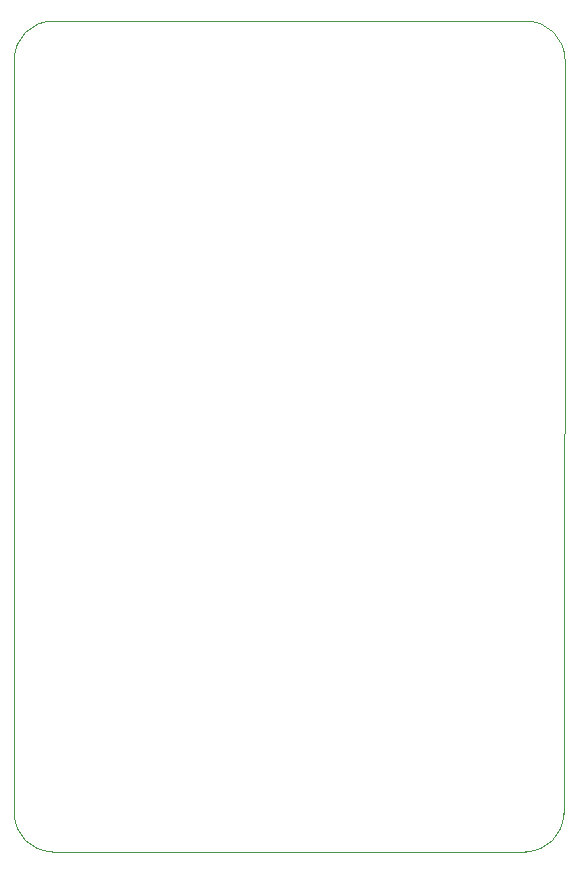
<source format=gbr>
%TF.GenerationSoftware,KiCad,Pcbnew,(6.0.1)*%
%TF.CreationDate,2023-04-01T17:19:45+08:00*%
%TF.ProjectId,EtherCAT2XXX,45746865-7243-4415-9432-5858582e6b69,rev?*%
%TF.SameCoordinates,Original*%
%TF.FileFunction,Profile,NP*%
%FSLAX46Y46*%
G04 Gerber Fmt 4.6, Leading zero omitted, Abs format (unit mm)*
G04 Created by KiCad (PCBNEW (6.0.1)) date 2023-04-01 17:19:45*
%MOMM*%
%LPD*%
G01*
G04 APERTURE LIST*
%TA.AperFunction,Profile*%
%ADD10C,0.100000*%
%TD*%
G04 APERTURE END LIST*
D10*
X46600000Y67100000D02*
G75*
G03*
X43400000Y70300000I-3199999J1D01*
G01*
X3200000Y70300000D02*
G75*
G03*
X0Y67100000I-1J-3199999D01*
G01*
X3200000Y0D02*
X43300000Y0D01*
X46500000Y3200000D02*
X46600000Y67100000D01*
X0Y67100000D02*
X0Y3200000D01*
X0Y3200000D02*
G75*
G03*
X3200000Y0I3199999J-1D01*
G01*
X43300000Y0D02*
G75*
G03*
X46500000Y3200000I1J3199999D01*
G01*
X43400000Y70300000D02*
X3200000Y70300000D01*
M02*

</source>
